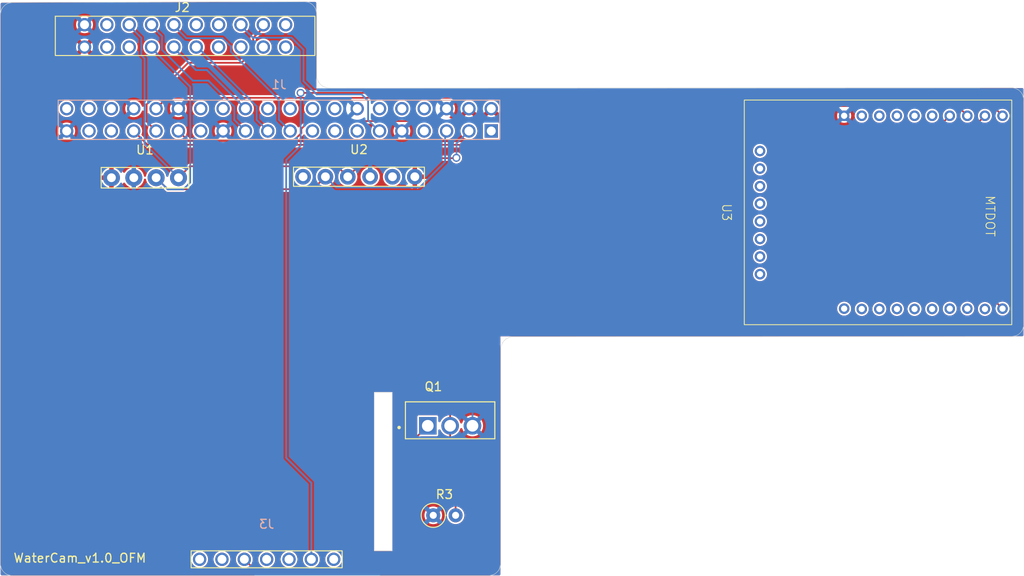
<source format=kicad_pcb>
(kicad_pcb (version 20241229) (generator "pcbnew") (generator_version "9.0")
  (layers (0 "F.Cu" signal) (2 "B.Cu" signal) (13 "F.Paste" user) (15 "B.Paste" user) (5 "F.SilkS" user "F.Silkscreen") (7 "B.SilkS" user "B.Silkscreen") (1 "F.Mask" user) (3 "B.Mask" user) (25 "Edge.Cuts" user))
  (net 0 "")
  (net 1 "/GPIO8{slash}SPI0.CE0")
  (net 2 "/GPIO16")
  (net 3 "/GPIO2{slash}SDA1")
  (net 4 "/GPIO6")
  (net 5 "GND")
  (net 6 "+5V")
  (net 7 "/GPIO17")
  (net 8 "/ID_SCL")
  (net 9 "/GPIO14{slash}TXD0")
  (net 10 "/GPIO15{slash}RXD0")
  (net 11 "/GPIO22")
  (net 12 "/GPIO25")
  (net 13 "/GPIO19{slash}PCM.FS")
  (net 14 "/GPIO5")
  (net 15 "/GPIO20{slash}PCM.DIN")
  (net 16 "/GPIO11{slash}SPI0.SCLK")
  (net 17 "/GPIO12{slash}PWM0")
  (net 18 "/GPIO27")
  (net 19 "/ID_SDA")
  (net 20 "/GPIO18{slash}PCM.CLK")
  (net 21 "/GPIO26")
  (net 22 "/GPIO3{slash}SCL1")
  (net 23 "/GPIO7{slash}SPI0.CE1")
  (net 24 "/GPIO4{slash}GPCLK0")
  (net 25 "/GPIO23")
  (net 26 "/GPIO13{slash}PWM1")
  (net 27 "/GPIO9{slash}SPI0.MISO")
  (net 28 "/GPIO10{slash}SPI0.MOSI")
  (net 29 "/GPIO21{slash}PCM.DOUT")
  (net 30 "/GPIO24")
  (net 48 "Net-(J3-SW)")
  (net 49 "Net-(J3-3V3)")
  (net 50 "Net-(Q1-G)")
  (footprint "MDOT:MTDOT" (layer "F.Cu") (at 137.015 58.56 -90)
    (property "Reference" "U3" (at 0 2 270) (layer "F.SilkS") (effects (font (thickness 0.1))))
    (property "Value" "MDOT")
    (fp_rect (start -12.765 -30.4) (end 12.765 0) (stroke (width 0.1)) (fill no) (layer "F.SilkS"))
    (fp_text user "MTDOT" (at -2 -27.35 270) (layer "F.SilkS") (effects (font (thickness 0.1)) (justify left bottom)))
    (pad "1" thru_hole circle (at -10.98 -29.35 270) (size 1.2 1.2) (drill 0.71) (layers "*.Cu" "*.Mask") (net 49 "Net-(J3-3V3)"))
    (pad "2" thru_hole circle (at -10.98 -27.35 270) (size 1.2 1.2) (drill 0.71) (layers "*.Cu" "*.Mask") (net 26 "/GPIO13{slash}PWM1"))
    (pad "3" thru_hole circle (at -10.98 -25.35 270) (size 1.2 1.2) (drill 0.71) (layers "*.Cu" "*.Mask") (net 17 "/GPIO12{slash}PWM0"))
    (pad "4" thru_hole circle (at -10.98 -23.35 270) (size 1.2 1.2) (drill 0.71) (layers "*.Cu" "*.Mask") (net 14 "/GPIO5"))
    (pad "5" thru_hole circle (at -10.98 -21.35 270) (size 1.2 1.2) (drill 0.71) (layers "*.Cu" "*.Mask"))
    (pad "6" thru_hole circle (at -10.98 -19.35 270) (size 1.2 1.2) (drill 0.71) (layers "*.Cu" "*.Mask"))
    (pad "7" thru_hole circle (at -10.98 -17.35 270) (size 1.2 1.2) (drill 0.71) (layers "*.Cu" "*.Mask"))
    (pad "8" thru_hole circle (at -10.98 -15.35 270) (size 1.2 1.2) (drill 0.71) (layers "*.Cu" "*.Mask"))
    (pad "9" thru_hole circle (at -10.98 -13.35 270) (size 1.2 1.2) (drill 0.71) (layers "*.Cu" "*.Mask"))
    (pad "10" thru_hole circle (at -10.98 -11.35 270) (size 1.2 1.2) (drill 0.71) (layers "*.Cu" "*.Mask") (net 5 "GND"))
    (pad "11" thru_hole circle (at -6.98 -1.785 270) (size 1.2 1.2) (drill 0.71) (layers "*.Cu" "*.Mask"))
    (pad "12" thru_hole circle (at -4.98 -1.785 270) (size 1.2 1.2) (drill 0.71) (layers "*.Cu" "*.Mask"))
    (pad "13" thru_hole circle (at -2.98 -1.785 270) (size 1.2 1.2) (drill 0.71) (layers "*.Cu" "*.Mask"))
    (pad "14" thru_hole circle (at -1 -1.785 270) (size 1.2 1.2) (drill 0.71) (layers "*.Cu" "*.Mask"))
    (pad "15" thru_hole circle (at 1.02 -1.785 270) (size 1.2 1.2) (drill 0.71) (layers "*.Cu" "*.Mask"))
    (pad "16" thru_hole circle (at 3.02 -1.785 270) (size 1.2 1.2) (drill 0.71) (layers "*.Cu" "*.Mask"))
    (pad "17" thru_hole circle (at 5.02 -1.785 270) (size 1.2 1.2) (drill 0.71) (layers "*.Cu" "*.Mask"))
    (pad "18" thru_hole circle (at 7.02 -1.785 270) (size 1.2 1.2) (drill 0.71) (layers "*.Cu" "*.Mask"))
    (pad "19" thru_hole circle (at 10.94 -29.35 270) (size 1.2 1.2) (drill 0.71) (layers "*.Cu" "*.Mask") (net 50 "Net-(Q1-G)"))
    (pad "20" thru_hole circle (at 10.98 -27.35 270) (size 1.2 1.2) (drill 0.71) (layers "*.Cu" "*.Mask"))
    (pad "21" thru_hole circle (at 10.94 -25.35 270) (size 1.2 1.2) (drill 0.71) (layers "*.Cu" "*.Mask"))
    (pad "22" thru_hole circle (at 10.94 -23.35 270) (size 1.2 1.2) (drill 0.71) (layers "*.Cu" "*.Mask"))
    (pad "23" thru_hole circle (at 10.98 -21.35 270) (size 1.2 1.2) (drill 0.71) (layers "*.Cu" "*.Mask"))
    (pad "24" thru_hole circle (at 10.94 -11.35 270) (size 1.2 1.2) (drill 0.71) (layers "*.Cu" "*.Mask"))
    (pad "24" thru_hole circle (at 10.98 -19.35 270) (size 1.2 1.2) (drill 0.71) (layers "*.Cu" "*.Mask"))
    (pad "25" thru_hole circle (at 10.98 -17.35 270) (size 1.2 1.2) (drill 0.71) (layers "*.Cu" "*.Mask"))
    (pad "26" thru_hole circle (at 10.98 -15.35 270) (size 1.2 1.2) (drill 0.71) (layers "*.Cu" "*.Mask"))
    (pad "27" thru_hole circle (at 10.98 -13.35 270) (size 1.2 1.2) (drill 0.71) (layers "*.Cu" "*.Mask"))
  )
  (footprint "Adafruit BNO055 STEMMA QT:BNO-055 Breakout" (layer "F.Cu") (at 93.22 54.51)
    (property "Reference" "U2" (at 0 -3.089 0) (layer "F.SilkS"))
    (property "Value" "BNO055(IMU)")
    (fp_rect (start -7.439 -1.089) (end 7.439 1.089) (stroke (width 0.12)) (fill no) (layer "F.SilkS"))
    (pad "1" thru_hole circle (at -6.35 0 90) (size 1.778 1.778) (drill 1) (layers "*.Cu" "*.Mask"))
    (pad "2" thru_hole circle (at -3.81 0 90) (size 1.778 1.778) (drill 1) (layers "*.Cu" "*.Mask") (net 22 "/GPIO3{slash}SCL1"))
    (pad "3" thru_hole circle (at -1.27 0 90) (size 1.778 1.778) (drill 1) (layers "*.Cu" "*.Mask") (net 3 "/GPIO2{slash}SDA1"))
    (pad "4" thru_hole circle (at 1.27 0 90) (size 1.778 1.778) (drill 1) (layers "*.Cu" "*.Mask") (net 5 "GND"))
    (pad "5" thru_hole circle (at 3.81 0 90) (size 1.778 1.778) (drill 1) (layers "*.Cu" "*.Mask"))
    (pad "6" thru_hole circle (at 6.35 0 90) (size 1.778 1.778) (drill 1) (layers "*.Cu" "*.Mask") (net 6 "+5V"))
  )
  (footprint "FLIR Lepton:FLIR Lepton Breakout Board (Vertical)" (layer "F.Cu") (at 73.46 38.5)
    (property "Reference" "J2" (at -0.32 -3.23 0) (layer "F.SilkS"))
    (property "Value" "FLIR Lepton Socket")
    (fp_rect (start -14.75 -2.232) (end 14.75 2.232) (stroke (width 0.12)) (fill no) (layer "F.SilkS"))
    (pad "1" thru_hole circle (at -11.43 -1.27) (size 1.524 1.524) (drill 1.016) (layers "*.Cu" "*.Mask") (net 5 "GND"))
    (pad "2" thru_hole circle (at -11.43 1.27) (size 1.524 1.524) (drill 1.016) (layers "*.Cu" "*.Mask") (net 6 "+5V"))
    (pad "3" thru_hole circle (at -8.89 -1.27) (size 1.524 1.524) (drill 1.016) (layers "*.Cu" "*.Mask"))
    (pad "4" thru_hole circle (at -8.89 1.27) (size 1.524 1.524) (drill 1.016) (layers "*.Cu" "*.Mask"))
    (pad "5" thru_hole circle (at -6.35 -1.27) (size 1.524 1.524) (drill 1.016) (layers "*.Cu" "*.Mask") (net 3 "/GPIO2{slash}SDA1"))
    (pad "6" thru_hole circle (at -6.35 1.27) (size 1.524 1.524) (drill 1.016) (layers "*.Cu" "*.Mask"))
    (pad "7" thru_hole circle (at -3.81 -1.27) (size 1.524 1.524) (drill 1.016) (layers "*.Cu" "*.Mask") (net 16 "/GPIO11{slash}SPI0.SCLK"))
    (pad "8" thru_hole circle (at -3.81 1.27) (size 1.524 1.524) (drill 1.016) (layers "*.Cu" "*.Mask") (net 22 "/GPIO3{slash}SCL1"))
    (pad "9" thru_hole circle (at -1.27 -1.27) (size 1.524 1.524) (drill 1.016) (layers "*.Cu" "*.Mask") (net 28 "/GPIO10{slash}SPI0.MOSI"))
    (pad "10" thru_hole circle (at -1.27 1.27) (size 1.524 1.524) (drill 1.016) (layers "*.Cu" "*.Mask") (net 1 "/GPIO8{slash}SPI0.CE0"))
    (pad "11" thru_hole circle (at 1.27 -1.27) (size 1.524 1.524) (drill 1.016) (layers "*.Cu" "*.Mask"))
    (pad "12" thru_hole circle (at 1.27 1.27) (size 1.524 1.524) (drill 1.016) (layers "*.Cu" "*.Mask") (net 27 "/GPIO9{slash}SPI0.MISO"))
    (pad "13" thru_hole circle (at 3.81 -1.27) (size 1.524 1.524) (drill 1.016) (layers "*.Cu" "*.Mask"))
    (pad "14" thru_hole circle (at 3.81 1.27) (size 1.524 1.524) (drill 1.016) (layers "*.Cu" "*.Mask"))
    (pad "15" thru_hole circle (at 6.35 -1.27) (size 1.524 1.524) (drill 1.016) (layers "*.Cu" "*.Mask") (net 7 "/GPIO17"))
    (pad "16" thru_hole circle (at 6.35 1.27) (size 1.524 1.524) (drill 1.016) (layers "*.Cu" "*.Mask"))
    (pad "17" thru_hole circle (at 8.89 -1.27) (size 1.524 1.524) (drill 1.016) (layers "*.Cu" "*.Mask") (net 4 "/GPIO6"))
    (pad "18" thru_hole circle (at 8.89 1.27) (size 1.524 1.524) (drill 1.016) (layers "*.Cu" "*.Mask"))
    (pad "19" thru_hole circle (at 11.43 -1.27) (size 1.524 1.524) (drill 1.016) (layers "*.Cu" "*.Mask"))
    (pad "20" thru_hole circle (at 11.43 1.27) (size 1.524 1.524) (drill 1.016) (layers "*.Cu" "*.Mask"))
  )
  (footprint "Adafruit AHT20 Temperature & Humidity:AHT20 Breakout Board" (layer "F.Cu") (at 68.9 54.62)
    (property "Reference" "U1" (at 0 -3.155 0) (layer "F.SilkS"))
    (property "Value" "ATH20")
    (fp_rect (start -4.975 -1.165) (end 4.975 1.165) (stroke (width 0.12)) (fill no) (layer "F.SilkS"))
    (pad "1" thru_hole circle (at -3.81 0 90) (size 1.9304 1.9304) (drill 1) (layers "*.Cu" "*.Mask") (net 6 "+5V"))
    (pad "2" thru_hole circle (at -1.27 0 90) (size 1.9304 1.9304) (drill 1) (layers "*.Cu" "*.Mask") (net 5 "GND"))
    (pad "3" thru_hole circle (at 1.27 0 90) (size 1.9304 1.9304) (drill 1) (layers "*.Cu" "*.Mask") (net 22 "/GPIO3{slash}SCL1"))
    (pad "4" thru_hole circle (at 3.81 0 90) (size 1.9304 1.9304) (drill 1) (layers "*.Cu" "*.Mask") (net 3 "/GPIO2{slash}SDA1"))
  )
  (footprint "Resistor_THT:R_Axial_DIN0207_L6.3mm_D2.5mm_P2.54mm_Vertical" (layer "F.Cu") (at 101.665 92.99)
    (property "Reference" "R3" (at 1.27 -2.37 0) (layer "F.SilkS"))
    (property "Value" "10kΩ Resistor")
    (fp_line (start 1.37 0) (end 1.44 0) (stroke (width 0.12)) (layer "F.SilkS"))
    (fp_circle (center 0 0) (end 1.37 0) (stroke (width 0.12)) (fill no) (layer "F.SilkS"))
    (pad "1" thru_hole circle (at 0 0) (size 1.6 1.6) (drill 0.8) (layers "*.Cu" "*.Mask") (net 5 "GND"))
    (pad "2" thru_hole circle (at 2.54 0) (size 1.6 1.6) (drill 0.8) (layers "*.Cu" "*.Mask") (net 50 "Net-(Q1-G)"))
  )
  (footprint "Witty Pi 4:WittyPi4_Simple" (layer "F.Cu") (at 82.73 98.952)
    (property "Reference" "J3" (at 0 -4.962 0) (layer "B.SilkS") (effects (justify mirror)))
    (property "Value" "Witty Pi 4 L3V7 P3 Header")
    (fp_rect (start -8.582 -1.924) (end 8.582 0) (stroke (width 0.12)) (fill no) (layer "F.SilkS"))
    (pad "1" thru_hole circle (at 7.62 -0.962) (size 1.524 1.524) (drill 1.016) (layers "*.Cu" "*.Mask"))
    (pad "2" thru_hole circle (at 5.08 -0.962) (size 1.524 1.524) (drill 1.016) (layers "*.Cu" "*.Mask") (net 49 "Net-(J3-3V3)"))
    (pad "3" thru_hole circle (at 2.54 -0.962) (size 1.524 1.524) (drill 1.016) (layers "*.Cu" "*.Mask"))
    (pad "4" thru_hole circle (at 0 -0.962) (size 1.524 1.524) (drill 1.016) (layers "*.Cu" "*.Mask"))
    (pad "5" thru_hole circle (at -2.54 -0.962) (size 1.524 1.524) (drill 1.016) (layers "*.Cu" "*.Mask") (net 48 "Net-(J3-SW)"))
    (pad "6" thru_hole circle (at -5.08 -0.962) (size 1.524 1.524) (drill 1.016) (layers "*.Cu" "*.Mask"))
    (pad "7" thru_hole circle (at -7.62 -0.962) (size 1.524 1.524) (drill 1.016) (layers "*.Cu" "*.Mask"))
  )
  (footprint "IRLB8721PBF Model:TO254P1067X483X2057-3" (layer "F.Cu") (at 103.5825 82.8125)
    (property "Reference" "Q1" (at -1.905 -4.445 0) (layer "F.SilkS"))
    (property "Value" "NMOS")
    (fp_line (start -5.08 -2.72) (end 5.08 -2.72) (stroke (width 0.127)) (layer "F.SilkS"))
    (fp_line (start -5.08 1.475) (end -5.08 -2.72) (stroke (width 0.127)) (layer "F.SilkS"))
    (fp_line (start 5.08 -2.72) (end 5.08 1.475) (stroke (width 0.127)) (layer "F.SilkS"))
    (fp_line (start 5.08 1.475) (end -5.08 1.475) (stroke (width 0.127)) (layer "F.SilkS"))
    (fp_circle (center -5.8 0.2) (end -5.7 0.2) (stroke (width 0.2)) (fill no) (layer "F.SilkS"))
    (pad "1" thru_hole rect (at -2.54 0) (size 2 2) (drill 1.33) (layers "*.Cu" "*.Mask") (net 48 "Net-(J3-SW)"))
    (pad "2" thru_hole circle (at 0 0) (size 2 2) (drill 1.33) (layers "*.Cu" "*.Mask") (net 50 "Net-(Q1-G)"))
    (pad "3" thru_hole circle (at 2.54 0) (size 2 2) (drill 1.33) (layers "*.Cu" "*.Mask") (net 5 "GND"))
  )
  (footprint "Raspberry Pi 4B 4GB:MODULE_RASPBERRY_PI_4B_4GB" (layer "B.Cu") (at 109.222 50.272 180)
    (property "Reference" "J1" (at 25.092 6.232 0) (layer "B.SilkS") (effects (justify mirror)))
    (property "Value" "GPIO" (hide yes))
    (fp_rect (start 0 4.464) (end 50.184 0) (stroke (width 0.12)) (fill no) (layer "B.SilkS"))
    (pad "1" thru_hole rect (at 0.962 0.962 180) (size 1.524 1.524) (drill 1.016) (layers "*.Cu" "*.Mask"))
    (pad "2" thru_hole circle (at 0.962 3.502 180) (size 1.524 1.524) (drill 1.016) (layers "*.Cu" "*.Mask") (net 6 "+5V"))
    (pad "3" thru_hole circle (at 3.502 0.962 180) (size 1.524 1.524) (drill 1.016) (layers "*.Cu" "*.Mask") (net 3 "/GPIO2{slash}SDA1"))
    (pad "4" thru_hole circle (at 3.502 3.502 180) (size 1.524 1.524) (drill 1.016) (layers "*.Cu" "*.Mask") (net 6 "+5V"))
    (pad "5" thru_hole circle (at 6.042 0.962 180) (size 1.524 1.524) (drill 1.016) (layers "*.Cu" "*.Mask") (net 22 "/GPIO3{slash}SCL1"))
    (pad "6" thru_hole circle (at 6.042 3.502 180) (size 1.524 1.524) (drill 1.016) (layers "*.Cu" "*.Mask") (net 5 "GND"))
    (pad "7" thru_hole circle (at 8.582 0.962 180) (size 1.524 1.524) (drill 1.016) (layers "*.Cu" "*.Mask") (net 24 "/GPIO4{slash}GPCLK0"))
    (pad "8" thru_hole circle (at 8.582 3.502 180) (size 1.524 1.524) (drill 1.016) (layers "*.Cu" "*.Mask") (net 9 "/GPIO14{slash}TXD0"))
    (pad "9" thru_hole circle (at 11.122 0.962 180) (size 1.524 1.524) (drill 1.016) (layers "*.Cu" "*.Mask") (net 5 "GND"))
    (pad "10" thru_hole circle (at 11.122 3.502 180) (size 1.524 1.524) (drill 1.016) (layers "*.Cu" "*.Mask") (net 10 "/GPIO15{slash}RXD0"))
    (pad "11" thru_hole circle (at 13.662 0.962 180) (size 1.524 1.524) (drill 1.016) (layers "*.Cu" "*.Mask") (net 7 "/GPIO17"))
    (pad "12" thru_hole circle (at 13.662 3.502 180) (size 1.524 1.524) (drill 1.016) (layers "*.Cu" "*.Mask") (net 20 "/GPIO18{slash}PCM.CLK"))
    (pad "13" thru_hole circle (at 16.202 0.962 180) (size 1.524 1.524) (drill 1.016) (layers "*.Cu" "*.Mask") (net 18 "/GPIO27"))
    (pad "14" thru_hole circle (at 16.202 3.502 180) (size 1.524 1.524) (drill 1.016) (layers "*.Cu" "*.Mask") (net 5 "GND"))
    (pad "15" thru_hole circle (at 18.742 0.962 180) (size 1.524 1.524) (drill 1.016) (layers "*.Cu" "*.Mask") (net 11 "/GPIO22"))
    (pad "16" thru_hole circle (at 18.742 3.502 180) (size 1.524 1.524) (drill 1.016) (layers "*.Cu" "*.Mask") (net 25 "/GPIO23"))
    (pad "17" thru_hole circle (at 21.282 0.962 180) (size 1.524 1.524) (drill 1.016) (layers "*.Cu" "*.Mask"))
    (pad "18" thru_hole circle (at 21.282 3.502 180) (size 1.524 1.524) (drill 1.016) (layers "*.Cu" "*.Mask") (net 30 "/GPIO24"))
    (pad "19" thru_hole circle (at 23.822 0.962 180) (size 1.524 1.524) (drill 1.016) (layers "*.Cu" "*.Mask") (net 28 "/GPIO10{slash}SPI0.MOSI"))
    (pad "20" thru_hole circle (at 23.822 3.502 180) (size 1.524 1.524) (drill 1.016) (layers "*.Cu" "*.Mask") (net 5 "GND"))
    (pad "21" thru_hole circle (at 26.362 0.962 180) (size 1.524 1.524) (drill 1.016) (layers "*.Cu" "*.Mask") (net 27 "/GPIO9{slash}SPI0.MISO"))
    (pad "22" thru_hole circle (at 26.362 3.502 180) (size 1.524 1.524) (drill 1.016) (layers "*.Cu" "*.Mask") (net 12 "/GPIO25"))
    (pad "23" thru_hole circle (at 28.902 0.962 180) (size 1.524 1.524) (drill 1.016) (layers "*.Cu" "*.Mask") (net 16 "/GPIO11{slash}SPI0.SCLK"))
    (pad "24" thru_hole circle (at 28.902 3.502 180) (size 1.524 1.524) (drill 1.016) (layers "*.Cu" "*.Mask") (net 1 "/GPIO8{slash}SPI0.CE0"))
    (pad "25" thru_hole circle (at 31.442 0.962 180) (size 1.524 1.524) (drill 1.016) (layers "*.Cu" "*.Mask") (net 5 "GND"))
    (pad "26" thru_hole circle (at 31.442 3.502 180) (size 1.524 1.524) (drill 1.016) (layers "*.Cu" "*.Mask") (net 23 "/GPIO7{slash}SPI0.CE1"))
    (pad "27" thru_hole circle (at 33.982 0.962 180) (size 1.524 1.524) (drill 1.016) (layers "*.Cu" "*.Mask") (net 19 "/ID_SDA"))
    (pad "28" thru_hole circle (at 33.982 3.502 180) (size 1.524 1.524) (drill 1.016) (layers "*.Cu" "*.Mask") (net 8 "/ID_SCL"))
    (pad "29" thru_hole circle (at 36.522 0.962 180) (size 1.524 1.524) (drill 1.016) (layers "*.Cu" "*.Mask") (net 14 "/GPIO5"))
    (pad "30" thru_hole circle (at 36.522 3.502 180) (size 1.524 1.524) (drill 1.016) (layers "*.Cu" "*.Mask") (net 5 "GND"))
    (pad "31" thru_hole circle (at 39.062 0.962 180) (size 1.524 1.524) (drill 1.016) (layers "*.Cu" "*.Mask") (net 4 "/GPIO6"))
    (pad "32" thru_hole circle (at 39.062 3.502 180) (size 1.524 1.524) (drill 1.016) (layers "*.Cu" "*.Mask") (net 17 "/GPIO12{slash}PWM0"))
    (pad "33" thru_hole circle (at 41.602 0.962 180) (size 1.524 1.524) (drill 1.016) (layers "*.Cu" "*.Mask") (net 26 "/GPIO13{slash}PWM1"))
    (pad "34" thru_hole circle (at 41.602 3.502 180) (size 1.524 1.524) (drill 1.016) (layers "*.Cu" "*.Mask") (net 5 "GND"))
    (pad "35" thru_hole circle (at 44.142 0.962 180) (size 1.524 1.524) (drill 1.016) (layers "*.Cu" "*.Mask") (net 13 "/GPIO19{slash}PCM.FS"))
    (pad "36" thru_hole circle (at 44.142 3.502 180) (size 1.524 1.524) (drill 1.016) (layers "*.Cu" "*.Mask") (net 2 "/GPIO16"))
    (pad "37" thru_hole circle (at 46.682 0.962 180) (size 1.524 1.524) (drill 1.016) (layers "*.Cu" "*.Mask") (net 21 "/GPIO26"))
    (pad "38" thru_hole circle (at 46.682 3.502 180) (size 1.524 1.524) (drill 1.016) (layers "*.Cu" "*.Mask") (net 15 "/GPIO20{slash}PCM.DIN"))
    (pad "39" thru_hole circle (at 49.222 0.962 180) (size 1.524 1.524) (drill 1.016) (layers "*.Cu" "*.Mask") (net 5 "GND"))
    (pad "40" thru_hole circle (at 49.222 3.502 180) (size 1.524 1.524) (drill 1.016) (layers "*.Cu" "*.Mask") (net 29 "/GPIO21{slash}PCM.DOUT"))
  )
  (gr_line (start 86.959829 34.594258) (end 53.915386 34.691258) (stroke (width 0.05)) (layer "Edge.Cuts"))
  (gr_arc (start 86.959829 34.594258) (mid 87.991 35.006) (end 88.417894 36.030991) (stroke (width 0.05)) (layer "Edge.Cuts"))
  (gr_rect (start 94.98 79.02) (end 96.98 97.02) (stroke (width 0.05)) (fill no) (layer "Edge.Cuts"))
  (gr_line (start 88.419641 42.988009) (end 88.417894 36.030991) (stroke (width 0.05)) (layer "Edge.Cuts"))
  (gr_arc (start 89.877706 44.424742) (mid 88.846535 44.013) (end 88.419641 42.988009) (stroke (width 0.05)) (layer "Edge.Cuts"))
  (gr_line (start 168.793742 71.221829) (end 168.79 45.827733) (stroke (width 0.05)) (layer "Edge.Cuts"))
  (gr_line (start 53.906171 99.86) (end 107.87714 99.86) (stroke (width 0.05)) (layer "Edge.Cuts"))
  (gr_arc (start 168.793742 71.221829) (mid 168.382 72.253) (end 167.357009 72.679894) (stroke (width 0.05)) (layer "Edge.Cuts"))
  (gr_arc (start 167.331 44.391) (mid 168.362171 44.802742) (end 168.789065 45.827733) (stroke (width 0.05)) (layer "Edge.Cuts"))
  (gr_arc (start 109.33404 74.128002) (mid 109.760934 73.103011) (end 110.792105 72.691269) (stroke (width 0.05)) (layer "Edge.Cuts"))
  (gr_arc (start 109.337065 98.423267) (mid 108.910171 99.448258) (end 107.879 99.86) (stroke (width 0.05)) (layer "Edge.Cuts"))
  (gr_line (start 52.456107 36.127991) (end 52.448106 98.427009) (stroke (width 0.05)) (layer "Edge.Cuts"))
  (gr_arc (start 53.906171 99.863742) (mid 52.875 99.452) (end 52.448106 98.427009) (stroke (width 0.05)) (layer "Edge.Cuts"))
  (gr_line (start 167.331 44.391001) (end 89.836049 44.424742) (stroke (width 0.05)) (layer "Edge.Cuts"))
  (gr_arc (start 52.456106 36.127991) (mid 52.883 35.103) (end 53.914171 34.691258) (stroke (width 0.05)) (layer "Edge.Cuts"))
  (gr_line (start 109.337065 98.423267) (end 109.339836 74.128002) (stroke (width 0.05)) (layer "Edge.Cuts"))
  (gr_line (start 110.792105 72.691269) (end 167.357009 72.67987) (stroke (width 0.05)) (layer "Edge.Cuts"))
  (gr_text "WaterCam_v1.0_OFM" (at 53.880066 98.432011 0) (layer "F.SilkS") (effects (font (size 1 1)) (justify left bottom)))
  (segment (start 80.32 46.77) (end 75.9368 42.3868) (width 0.2) (layer "B.Cu") (net 1))
  (segment (start 74.6868 42.3868) (end 72.3 40) (width 0.2) (layer "B.Cu") (net 1))
  (segment (start 75.9368 42.3868) (end 74.6868 42.3868) (width 0.2) (layer "B.Cu") (net 1))
  (segment (start 91.95 54.51) (end 94.06 52.4) (width 0.2) (layer "F.Cu") (net 3))
  (segment (start 90.758 53.318) (end 91.95 54.51) (width 0.2) (layer "F.Cu") (net 3))
  (segment (start 74.012 53.318) (end 90.758 53.318) (width 0.2) (layer "F.Cu") (net 3))
  (segment (start 72.71 54.62) (end 74.012 53.318) (width 0.2) (layer "F.Cu") (net 3))
  (segment (start 94.06 52.4) (end 104.2558 52.4) (width 0.2) (layer "F.Cu") (net 3))
  (segment (start 104.2558 52.4) (end 104.2958 52.36) (width 0.2) (layer "F.Cu") (net 3))
  (via (at 104.2958 52.36) (size 0.9) (drill 0.6) (layers "F.Cu" "B.Cu") (net 3))
  (segment (start 68.8531 41.0672) (end 68.49 40.7041) (width 0.2) (layer "B.Cu") (net 3))
  (segment (start 104.3081 52.3477) (end 104.3081 50.7219) (width 0.2) (layer "B.Cu") (net 3))
  (segment (start 104.3081 50.7219) (end 105.72 49.31) (width 0.2) (layer "B.Cu") (net 3))
  (segment (start 68.49 40.7041) (end 68.49 38.73) (width 0.2) (layer "B.Cu") (net 3))
  (segment (start 68.49 38.73) (end 67.69 37.93) (width 0.2) (layer "B.Cu") (net 3))
  (segment (start 104.2958 52.36) (end 104.3081 52.3477) (width 0.2) (layer "B.Cu") (net 3))
  (segment (start 68.8531 50.7631) (end 68.8531 41.0672) (width 0.2) (layer "B.Cu") (net 3))
  (segment (start 67.69 37.93) (end 67.22 37.46) (width 0.2) (layer "B.Cu") (net 3))
  (segment (start 72.71 54.62) (end 68.8531 50.7631) (width 0.2) (layer "B.Cu") (net 3))
  (segment (start 81.19 40.2403) (end 81.19 38.73) (width 0.2) (layer "F.Cu") (net 4))
  (segment (start 79.874 41.5563) (end 81.19 40.2403) (width 0.2) (layer "F.Cu") (net 4))
  (segment (start 81.19 38.73) (end 82.46 37.46) (width 0.2) (layer "F.Cu") (net 4))
  (segment (start 69.0842 48.2342) (end 69.0842 46.2821) (width 0.2) (layer "F.Cu") (net 4))
  (segment (start 73.81 41.5563) (end 79.874 41.5563) (width 0.2) (layer "F.Cu") (net 4))
  (segment (start 70.16 49.31) (end 69.0842 48.2342) (width 0.2) (layer "F.Cu") (net 4))
  (segment (start 69.0842 46.2821) (end 73.81 41.5563) (width 0.2) (layer "F.Cu") (net 4))
  (segment (start 105.33 75.93) (end 103.5458 74.1458) (width 0.2) (layer "B.Cu") (net 5))
  (segment (start 104.2498 47.8398) (end 103.18 46.77) (width 0.2) (layer "B.Cu") (net 5))
  (segment (start 106.1225 76.7525) (end 106.1225 82.8125) (width 0.2) (layer "B.Cu") (net 5))
  (segment (start 103.5458 50.4683) (end 104.2498 49.7643) (width 0.2) (layer "B.Cu") (net 5))
  (segment (start 105.4 76) (end 105.33 75.93) (width 0.2) (layer "B.Cu") (net 5))
  (segment (start 104.2498 49.7643) (end 104.2498 47.8398) (width 0.2) (layer "B.Cu") (net 5))
  (segment (start 103.5458 74.1458) (end 103.5458 50.4683) (width 0.2) (layer "B.Cu") (net 5))
  (segment (start 105.33 75.96) (end 106.1225 76.7525) (width 0.2) (layer "B.Cu") (net 5))
  (segment (start 105.33 75.93) (end 105.33 75.96) (width 0.2) (layer "B.Cu") (net 5))
  (segment (start 80.555 38.095) (end 81.167 38.707) (width 0.2) (layer "B.Cu") (net 7))
  (segment (start 95.56 49.31) (end 95.56 48.7083) (width 0.2) (layer "B.Cu") (net 7))
  (segment (start 85.557 38.707) (end 86.92 40.07) (width 0.2) (layer "B.Cu") (net 7))
  (segment (start 86.92 40.07) (end 86.92 43.65) (width 0.2) (layer "B.Cu") (net 7))
  (segment (start 95.56 49.38) (end 95.56 49.31) (width 0.2) (layer "B.Cu") (net 7))
  (segment (start 94.26 45.88) (end 94.26 48.08) (width 0.2) (layer "B.Cu") (net 7))
  (segment (start 88.42 45.15) (end 93.53 45.15) (width 0.2) (layer "B.Cu") (net 7))
  (segment (start 81.19 38.73) (end 80.555 38.095) (width 0.2) (layer "B.Cu") (net 7))
  (segment (start 86.92 43.65) (end 88.42 45.15) (width 0.2) (layer "B.Cu") (net 7))
  (segment (start 80.555 38.095) (end 79.92 37.46) (width 0.2) (layer "B.Cu") (net 7))
  (segment (start 81.167 38.707) (end 85.557 38.707) (width 0.2) (layer "B.Cu") (net 7))
  (segment (start 93.53 45.15) (end 94.26 45.88) (width 0.2) (layer "B.Cu") (net 7))
  (segment (start 94.26 48.08) (end 95.56 49.38) (width 0.2) (layer "B.Cu") (net 7))
  (segment (start 86.67 49.5464) (end 86.67 49.0594) (width 0.2) (layer "F.Cu") (net 14))
  (segment (start 85.7748 50.4416) (end 86.67 49.5464) (width 0.2) (layer "F.Cu") (net 14))
  (segment (start 158.965 48.98) (end 160.365 47.58) (width 0.2) (layer "F.Cu") (net 14))
  (segment (start 73.8316 50.4416) (end 85.7748 50.4416) (width 0.2) (layer "F.Cu") (net 14))
  (segment (start 87.5479 48.1815) (end 128.63 48.1815) (width 0.2) (layer "F.Cu") (net 14))
  (segment (start 86.67 49.0594) (end 87.5479 48.1815) (width 0.2) (layer "F.Cu") (net 14))
  (segment (start 128.63 48.1815) (end 129.4285 48.98) (width 0.2) (layer "F.Cu") (net 14))
  (segment (start 129.4285 48.98) (end 158.965 48.98) (width 0.2) (layer "F.Cu") (net 14))
  (segment (start 72.7 49.31) (end 73.8316 50.4416) (width 0.2) (layer "F.Cu") (net 14))
  (segment (start 79.05 48.04) (end 79.05 46.5236) (width 0.2) (layer "B.Cu") (net 16))
  (segment (start 79.05 46.5236) (end 76.1114 43.585) (width 0.2) (layer "B.Cu") (net 16))
  (segment (start 74.3357 43.585) (end 70.8352 40.0845) (width 0.2) (layer "B.Cu") (net 16))
  (segment (start 70.8352 38.5352) (end 69.76 37.46) (width 0.2) (layer "B.Cu") (net 16))
  (segment (start 76.1114 43.585) (end 74.3357 43.585) (width 0.2) (layer "B.Cu") (net 16))
  (segment (start 80.32 49.31) (end 79.05 48.04) (width 0.2) (layer "B.Cu") (net 16))
  (segment (start 70.8352 40.0845) (end 70.8352 38.5352) (width 0.2) (layer "B.Cu") (net 16))
  (segment (start 70.16 46.77) (end 71.39 45.54) (width 0.2) (layer "F.Cu") (net 17))
  (segment (start 128.2816 45.54) (end 129.2116 46.47) (width 0.2) (layer "F.Cu") (net 17))
  (segment (start 71.39 45.54) (end 128.2816 45.54) (width 0.2) (layer "F.Cu") (net 17))
  (segment (start 161.255 46.47) (end 162.365 47.58) (width 0.2) (layer "F.Cu") (net 17))
  (segment (start 129.2116 46.47) (end 161.255 46.47) (width 0.2) (layer "F.Cu") (net 17))
  (segment (start 87.9934 55.9266) (end 71.4766 55.9266) (width 0.2) (layer "F.Cu") (net 22))
  (segment (start 89.41 54.51) (end 87.9934 55.9266) (width 0.2) (layer "F.Cu") (net 22))
  (segment (start 71.4766 55.9266) (end 70.17 54.62) (width 0.2) (layer "F.Cu") (net 22))
  (segment (start 69.76 40) (end 74.0404 44.2804) (width 0.2) (layer "B.Cu") (net 22))
  (segment (start 74.0404 55.1583) (end 73.2563 55.9424) (width 0.2) (layer "B.Cu") (net 22))
  (segment (start 103.18 49.31) (end 103.0137 49.4763) (width 0.2) (layer "B.Cu") (net 22))
  (segment (start 103.0137 49.4763) (end 103.0137 52.8199) (width 0.2) (layer "B.Cu") (net 22))
  (segment (start 73.2563 55.9424) (end 71.4924 55.9424) (width 0.2) (layer "B.Cu") (net 22))
  (segment (start 103.0137 52.8199) (end 100.1044 55.7292) (width 0.2) (layer "B.Cu") (net 22))
  (segment (start 90.6292 55.7292) (end 89.41 54.51) (width 0.2) (layer "B.Cu") (net 22))
  (segment (start 74.0404 44.2804) (end 74.0404 55.1583) (width 0.2) (layer "B.Cu") (net 22))
  (segment (start 100.1044 55.7292) (end 90.6292 55.7292) (width 0.2) (layer "B.Cu") (net 22))
  (segment (start 71.4924 55.9424) (end 70.17 54.62) (width 0.2) (layer "B.Cu") (net 22))
  (segment (start 161.5019 50.4431) (end 164.365 47.58) (width 0.2) (layer "F.Cu") (net 26))
  (segment (start 110.19 50.4431) (end 161.5019 50.4431) (width 0.2) (layer "F.Cu") (net 26))
  (segment (start 67.62 49.31) (end 69.19 50.88) (width 0.2) (layer "F.Cu") (net 26))
  (segment (start 69.19 50.88) (end 109.7531 50.88) (width 0.2) (layer "F.Cu") (net 26))
  (segment (start 109.7531 50.88) (end 110.19 50.4431) (width 0.2) (layer "F.Cu") (net 26))
  (segment (start 81.59 48.04) (end 82.86 49.31) (width 0.2) (layer "B.Cu") (net 27))
  (segment (start 81.59 46.4943) (end 81.59 48.04) (width 0.2) (layer "B.Cu") (net 27))
  (segment (start 75.0957 40) (end 81.59 46.4943) (width 0.2) (layer "B.Cu") (net 27))
  (segment (start 74.84 40) (end 75.0957 40) (width 0.2) (layer "B.Cu") (net 27))
  (segment (start 84.13 45.7725) (end 84.13 48.04) (width 0.2) (layer "B.Cu") (net 28))
  (segment (start 84.13 48.04) (end 85.4 49.31) (width 0.2) (layer "B.Cu") (net 28))
  (segment (start 78.65 40.2925) (end 84.13 45.7725) (width 0.2) (layer "B.Cu") (net 28))
  (segment (start 78.65 39.694) (end 78.65 40.2925) (width 0.2) (layer "B.Cu") (net 28))
  (segment (start 73.5993 38.7593) (end 77.7153 38.7593) (width 0.2) (layer "B.Cu") (net 28))
  (segment (start 77.7153 38.7593) (end 78.65 39.694) (width 0.2) (layer "B.Cu") (net 28))
  (segment (start 72.3 37.46) (end 73.5993 38.7593) (width 0.2) (layer "B.Cu") (net 28))
  (segment (start 99.19 84.665) (end 101.0425 82.8125) (width 0.2) (layer "F.Cu") (net 48))
  (segment (start 80.19 97.99) (end 81.69 99.49) (width 0.2) (layer "F.Cu") (net 48))
  (segment (start 99.19 95.57) (end 99.19 84.665) (width 0.2) (layer "F.Cu") (net 48))
  (segment (start 95.27 99.49) (end 99.19 95.57) (width 0.2) (layer "F.Cu") (net 48))
  (segment (start 81.69 99.49) (end 95.27 99.49) (width 0.2) (layer "F.Cu") (net 48))
  (segment (start 163.765 44.98) (end 166.365 47.58) (width 0.2) (layer "F.Cu") (net 49))
  (segment (start 86.59 44.98) (end 163.765 44.98) (width 0.2) (layer "F.Cu") (net 49))
  (via (at 86.59 44.98) (size 0.9) (drill 0.6) (layers "F.Cu" "B.Cu") (net 49))
  (segment (start 87.81 89.31) (end 87.81 97.99) (width 0.2) (layer "B.Cu") (net 49))
  (segment (start 86.59 50.97) (end 86.59 44.98) (width 0.2) (layer "B.Cu") (net 49))
  (segment (start 84.95 52.61) (end 86.59 50.97) (width 0.2) (layer "B.Cu") (net 49))
  (segment (start 84.95 86.45) (end 87.81 89.31) (width 0.2) (layer "B.Cu") (net 49))
  (segment (start 84.95 86.45) (end 84.95 52.61) (width 0.2) (layer "B.Cu") (net 49))
  (segment (start 166.365 69.5) (end 164.405 67.54) (width 0.2) (layer "F.Cu") (net 50))
  (segment (start 103.5825 75.2775) (end 103.5825 82.8125) (width 0.2) (layer "F.Cu") (net 50))
  (segment (start 104.205 92.99) (end 104.205 88.005) (width 0.2) (layer "F.Cu") (net 50))
  (segment (start 164.405 67.54) (end 111.32 67.54) (width 0.2) (layer "F.Cu") (net 50))
  (segment (start 103.5825 87.3825) (end 103.5825 82.8125) (width 0.2) (layer "F.Cu") (net 50))
  (segment (start 111.32 67.54) (end 103.5825 75.2775) (width 0.2) (layer "F.Cu") (net 50))
  (segment (start 104.205 88.005) (end 103.5825 87.3825) (width 0.2) (layer "F.Cu") (net 50))
  (zone (net 6) (net_name "+5V") (layer "F.Cu") (priority 1) (connect_pads (clearance 0)) (min_thickness 0.25) (fill yes (thermal_gap 0.5) (thermal_bridge_width 0.5))
    (polygon (pts (xy 52.469 34.72) (xy 52.474 99.835) (xy 109.314 99.835) (xy 109.314 72.665) (xy 112.335 72.665) (xy 114.91 72.664) (xy 168.765 72.657) (xy 168.743 44.422) (xy 149.965 44.422) (xy 149.649 44.422) (xy 88.394 44.445) (xy 88.394 44.226) (xy 88.382 34.616)))
  )
  (zone (net 5) (net_name "GND") (layer "B.Cu") (priority 1) (connect_pads (clearance 0)) (min_thickness 0.25) (fill yes (thermal_gap 0.5) (thermal_bridge_width 0.5))
    (polygon (pts (xy 52.47 34.72) (xy 52.475 99.835) (xy 109.315 99.835) (xy 109.315 72.665) (xy 112.336 72.665) (xy 114.911 72.664) (xy 168.766 72.657) (xy 168.744 44.422) (xy 149.966 44.422) (xy 149.65 44.422) (xy 88.395 44.445) (xy 88.395 44.226) (xy 88.383 34.616)))
  )
)
</source>
